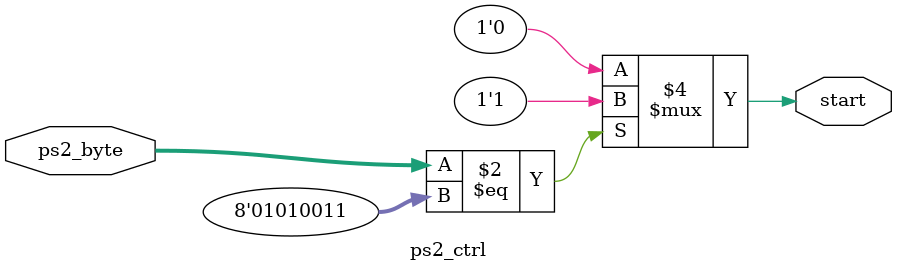
<source format=v>
`timescale 1ns / 1ps


module ps2_ctrl(
    input [7:0] ps2_byte,
    output reg start
    );
    always @(*) begin
        if (ps2_byte == 8'h53) begin
            start = 1;
        end
        else start = 0;
    end
endmodule

</source>
